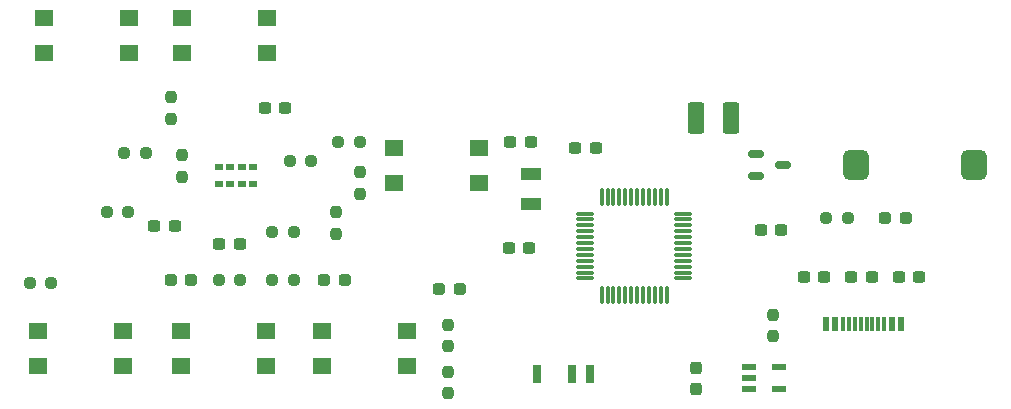
<source format=gtp>
G04 #@! TF.GenerationSoftware,KiCad,Pcbnew,8.0.1*
G04 #@! TF.CreationDate,2024-04-26T15:43:04-05:00*
G04 #@! TF.ProjectId,HCIPCB_ATSAMD21G18_template,48434950-4342-45f4-9154-53414d443231,rev?*
G04 #@! TF.SameCoordinates,Original*
G04 #@! TF.FileFunction,Paste,Top*
G04 #@! TF.FilePolarity,Positive*
%FSLAX46Y46*%
G04 Gerber Fmt 4.6, Leading zero omitted, Abs format (unit mm)*
G04 Created by KiCad (PCBNEW 8.0.1) date 2024-04-26 15:43:04*
%MOMM*%
%LPD*%
G01*
G04 APERTURE LIST*
G04 Aperture macros list*
%AMRoundRect*
0 Rectangle with rounded corners*
0 $1 Rounding radius*
0 $2 $3 $4 $5 $6 $7 $8 $9 X,Y pos of 4 corners*
0 Add a 4 corners polygon primitive as box body*
4,1,4,$2,$3,$4,$5,$6,$7,$8,$9,$2,$3,0*
0 Add four circle primitives for the rounded corners*
1,1,$1+$1,$2,$3*
1,1,$1+$1,$4,$5*
1,1,$1+$1,$6,$7*
1,1,$1+$1,$8,$9*
0 Add four rect primitives between the rounded corners*
20,1,$1+$1,$2,$3,$4,$5,0*
20,1,$1+$1,$4,$5,$6,$7,0*
20,1,$1+$1,$6,$7,$8,$9,0*
20,1,$1+$1,$8,$9,$2,$3,0*%
G04 Aperture macros list end*
%ADD10R,0.700000X1.500000*%
%ADD11RoundRect,0.237500X-0.287500X-0.237500X0.287500X-0.237500X0.287500X0.237500X-0.287500X0.237500X0*%
%ADD12RoundRect,0.237500X-0.300000X-0.237500X0.300000X-0.237500X0.300000X0.237500X-0.300000X0.237500X0*%
%ADD13RoundRect,0.237500X-0.250000X-0.237500X0.250000X-0.237500X0.250000X0.237500X-0.250000X0.237500X0*%
%ADD14RoundRect,0.237500X0.237500X-0.250000X0.237500X0.250000X-0.237500X0.250000X-0.237500X-0.250000X0*%
%ADD15R,0.720000X0.600000*%
%ADD16RoundRect,0.237500X0.250000X0.237500X-0.250000X0.237500X-0.250000X-0.237500X0.250000X-0.237500X0*%
%ADD17RoundRect,0.237500X0.237500X-0.300000X0.237500X0.300000X-0.237500X0.300000X-0.237500X-0.300000X0*%
%ADD18R,1.600000X1.400000*%
%ADD19R,1.200000X0.600000*%
%ADD20RoundRect,0.150000X-0.512500X-0.150000X0.512500X-0.150000X0.512500X0.150000X-0.512500X0.150000X0*%
%ADD21RoundRect,0.237500X-0.237500X0.250000X-0.237500X-0.250000X0.237500X-0.250000X0.237500X0.250000X0*%
%ADD22R,1.800000X1.000000*%
%ADD23RoundRect,0.237500X0.300000X0.237500X-0.300000X0.237500X-0.300000X-0.237500X0.300000X-0.237500X0*%
%ADD24RoundRect,0.250001X-0.462499X-1.074999X0.462499X-1.074999X0.462499X1.074999X-0.462499X1.074999X0*%
%ADD25R,0.600000X1.150000*%
%ADD26R,0.300000X1.150000*%
%ADD27RoundRect,0.075000X-0.662500X-0.075000X0.662500X-0.075000X0.662500X0.075000X-0.662500X0.075000X0*%
%ADD28RoundRect,0.075000X-0.075000X-0.662500X0.075000X-0.662500X0.075000X0.662500X-0.075000X0.662500X0*%
%ADD29RoundRect,0.550000X-0.550000X-0.720000X0.550000X-0.720000X0.550000X0.720000X-0.550000X0.720000X0*%
G04 APERTURE END LIST*
D10*
X135000000Y-109696335D03*
X138000000Y-109696335D03*
X139500000Y-109696335D03*
D11*
X126750000Y-102500000D03*
X128500000Y-102500000D03*
D12*
X138275000Y-90500000D03*
X140000000Y-90500000D03*
D13*
X114087500Y-91675000D03*
X115912500Y-91675000D03*
D12*
X161637500Y-101500000D03*
X163362500Y-101500000D03*
D13*
X100087500Y-91000000D03*
X101912500Y-91000000D03*
D14*
X127500000Y-107325000D03*
X127500000Y-105500000D03*
D15*
X108090000Y-92175000D03*
X109060000Y-92175000D03*
X110030000Y-92175000D03*
X111000000Y-92175000D03*
X111000000Y-93575000D03*
X110030000Y-93575000D03*
X109060000Y-93575000D03*
X108090000Y-93575000D03*
D16*
X93912500Y-102000000D03*
X92087500Y-102000000D03*
D13*
X112587500Y-101675000D03*
X114412500Y-101675000D03*
D14*
X120000000Y-94412500D03*
X120000000Y-92587500D03*
D12*
X112000000Y-87175000D03*
X113725000Y-87175000D03*
D14*
X105000000Y-93000000D03*
X105000000Y-91175000D03*
D16*
X114412500Y-97675000D03*
X112587500Y-97675000D03*
D17*
X148500000Y-110912500D03*
X148500000Y-109187500D03*
D13*
X118175000Y-90000000D03*
X120000000Y-90000000D03*
D12*
X157637500Y-101500000D03*
X159362500Y-101500000D03*
D18*
X93300000Y-79500000D03*
X100500000Y-79500000D03*
X93300000Y-82500000D03*
X100500000Y-82500000D03*
D13*
X98587500Y-96000000D03*
X100412500Y-96000000D03*
D12*
X108137500Y-98675000D03*
X109862500Y-98675000D03*
D19*
X153000000Y-109050000D03*
X153000000Y-110000000D03*
X153000000Y-110950000D03*
X155500000Y-110950000D03*
X155500000Y-109050000D03*
D20*
X153587500Y-91050000D03*
X153587500Y-92950000D03*
X155862500Y-92000000D03*
D21*
X155000000Y-104637500D03*
X155000000Y-106462500D03*
D18*
X122900000Y-90500000D03*
X130100000Y-90500000D03*
X122900000Y-93500000D03*
X130100000Y-93500000D03*
D12*
X165637500Y-101500000D03*
X167362500Y-101500000D03*
D22*
X134500000Y-95250000D03*
X134500000Y-92750000D03*
D23*
X134362500Y-99000000D03*
X132637500Y-99000000D03*
D18*
X92800000Y-106000000D03*
X100000000Y-106000000D03*
X92800000Y-109000000D03*
X100000000Y-109000000D03*
D24*
X148512500Y-88000000D03*
X151487500Y-88000000D03*
D25*
X159480000Y-105407500D03*
X160280000Y-105407500D03*
D26*
X161430000Y-105407500D03*
X162430000Y-105407500D03*
X162930000Y-105407500D03*
X163930000Y-105407500D03*
D25*
X165880000Y-105407500D03*
X165080000Y-105407500D03*
D26*
X164430000Y-105407500D03*
X163430000Y-105407500D03*
X161930000Y-105407500D03*
X160930000Y-105407500D03*
D27*
X139087500Y-96087500D03*
X139087500Y-96587500D03*
X139087500Y-97087500D03*
X139087500Y-97587500D03*
X139087500Y-98087500D03*
X139087500Y-98587500D03*
X139087500Y-99087500D03*
X139087500Y-99587500D03*
X139087500Y-100087500D03*
X139087500Y-100587500D03*
X139087500Y-101087500D03*
X139087500Y-101587500D03*
D28*
X140500000Y-103000000D03*
X141000000Y-103000000D03*
X141500000Y-103000000D03*
X142000000Y-103000000D03*
X142500000Y-103000000D03*
X143000000Y-103000000D03*
X143500000Y-103000000D03*
X144000000Y-103000000D03*
X144500000Y-103000000D03*
X145000000Y-103000000D03*
X145500000Y-103000000D03*
X146000000Y-103000000D03*
D27*
X147412500Y-101587500D03*
X147412500Y-101087500D03*
X147412500Y-100587500D03*
X147412500Y-100087500D03*
X147412500Y-99587500D03*
X147412500Y-99087500D03*
X147412500Y-98587500D03*
X147412500Y-98087500D03*
X147412500Y-97587500D03*
X147412500Y-97087500D03*
X147412500Y-96587500D03*
X147412500Y-96087500D03*
D28*
X146000000Y-94675000D03*
X145500000Y-94675000D03*
X145000000Y-94675000D03*
X144500000Y-94675000D03*
X144000000Y-94675000D03*
X143500000Y-94675000D03*
X143000000Y-94675000D03*
X142500000Y-94675000D03*
X142000000Y-94675000D03*
X141500000Y-94675000D03*
X141000000Y-94675000D03*
X140500000Y-94675000D03*
D11*
X104000000Y-101675000D03*
X105750000Y-101675000D03*
D18*
X104900000Y-106000000D03*
X112100000Y-106000000D03*
X104900000Y-109000000D03*
X112100000Y-109000000D03*
D12*
X154000000Y-97500000D03*
X155725000Y-97500000D03*
D14*
X118000000Y-97825000D03*
X118000000Y-96000000D03*
X127500000Y-111325000D03*
X127500000Y-109500000D03*
X104000000Y-88087500D03*
X104000000Y-86262500D03*
D29*
X172000000Y-92000000D03*
X162000000Y-92000000D03*
D11*
X164487500Y-96500000D03*
X166237500Y-96500000D03*
X117000000Y-101675000D03*
X118750000Y-101675000D03*
D23*
X104362500Y-97175000D03*
X102637500Y-97175000D03*
D18*
X105000000Y-79500000D03*
X112200000Y-79500000D03*
X105000000Y-82500000D03*
X112200000Y-82500000D03*
D13*
X159537500Y-96500000D03*
X161362500Y-96500000D03*
D18*
X116800000Y-106000000D03*
X124000000Y-106000000D03*
X116800000Y-109000000D03*
X124000000Y-109000000D03*
D23*
X134500000Y-90000000D03*
X132775000Y-90000000D03*
D13*
X108087500Y-101675000D03*
X109912500Y-101675000D03*
M02*

</source>
